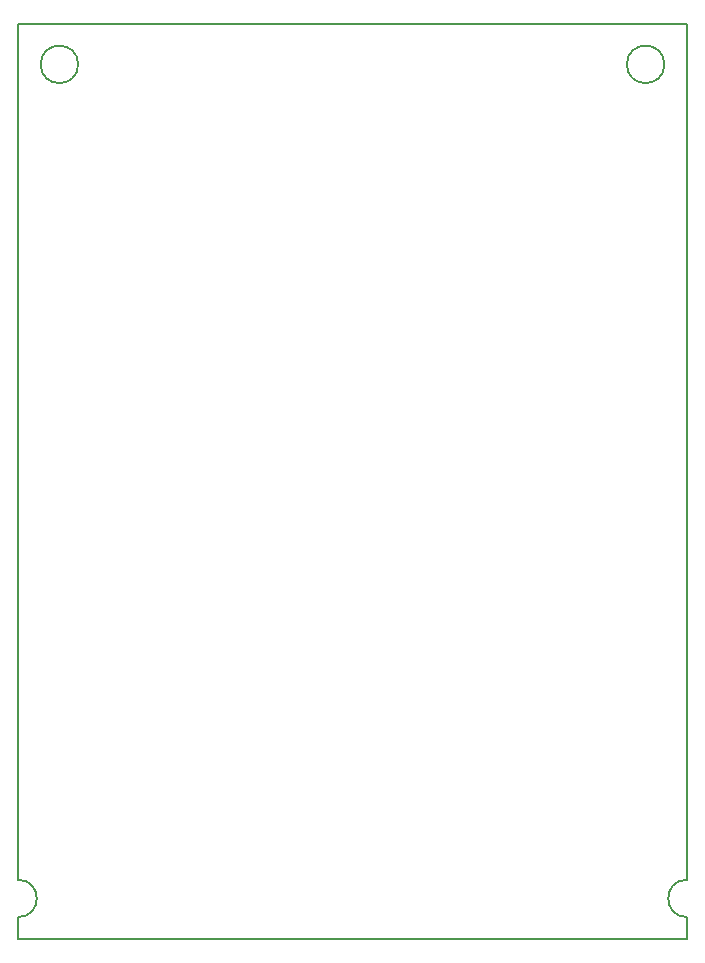
<source format=gm1>
G04 #@! TF.GenerationSoftware,KiCad,Pcbnew,(5.1.9)-1*
G04 #@! TF.CreationDate,2021-04-22T12:56:58-04:00*
G04 #@! TF.ProjectId,RoboRIO-IO-Link-Master,526f626f-5249-44f2-9d49-4f2d4c696e6b,rev?*
G04 #@! TF.SameCoordinates,Original*
G04 #@! TF.FileFunction,Profile,NP*
%FSLAX46Y46*%
G04 Gerber Fmt 4.6, Leading zero omitted, Abs format (unit mm)*
G04 Created by KiCad (PCBNEW (5.1.9)-1) date 2021-04-22 12:56:58*
%MOMM*%
%LPD*%
G01*
G04 APERTURE LIST*
G04 #@! TA.AperFunction,Profile*
%ADD10C,0.200000*%
G04 #@! TD*
G04 APERTURE END LIST*
D10*
X83820000Y-140969999D02*
X83820000Y-139128499D01*
X27178001Y-140969999D02*
X27178001Y-139128499D01*
X27178001Y-63500000D02*
X27178001Y-135953499D01*
X32270701Y-66929000D02*
G75*
G03*
X32270701Y-66929000I-1587500J0D01*
G01*
X27178001Y-135953499D02*
G75*
G02*
X27178001Y-139128499I0J-1587500D01*
G01*
X83820000Y-139128501D02*
G75*
G02*
X83820000Y-135953499I0J1587501D01*
G01*
X81902300Y-66929000D02*
G75*
G03*
X81902300Y-66929000I-1587500J0D01*
G01*
X83820000Y-135953499D02*
X83820000Y-63500000D01*
X27178001Y-140969999D02*
X83820000Y-140969999D01*
X83820000Y-63500000D02*
X27178001Y-63500000D01*
M02*

</source>
